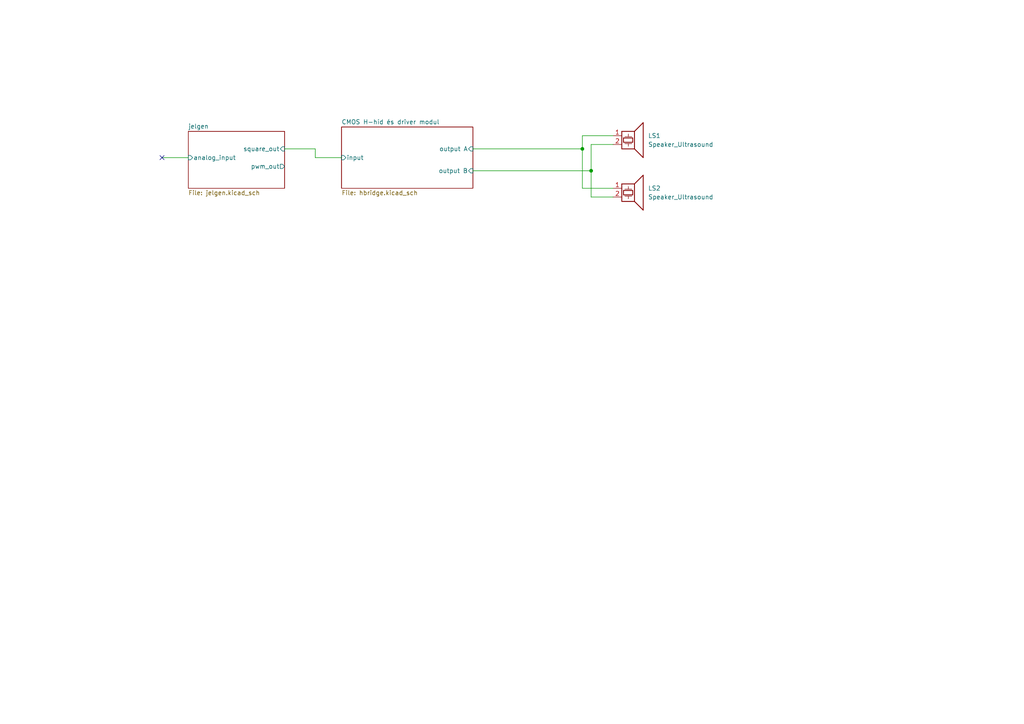
<source format=kicad_sch>
(kicad_sch (version 20250114) (generator "eeschema") (generator_version "9.0")
  (paper "A4")
  (title_block (title "SEM ultrahang szendvicspanel") (date "2025-08-22") (company "Schönherz Elektronikai Műhely"))
  (lib_symbols
    (symbol "Device:Speaker_Ultrasound" (pin_names (offset 0) (hide yes))
      (property "Reference" "LS" (at 0.635 5.715 0))
      (property "Value" "Speaker_Ultrasound" (at 0.635 3.81 0))
      (symbol "Speaker_Ultrasound_0_0"
        (rectangle (start -2.54 1.27) (end 1.143 -3.81) (stroke (width 0.254)))
        (rectangle (start -2.032 -0.635) (end 0.635 -1.905) (stroke (width 0.254)))
        (polyline (pts (xy -1.651 -0.254) (xy 0.381 -0.254)))
        (polyline (pts (xy -1.651 -2.286) (xy 0.381 -2.286)))
        (polyline (pts (xy -0.635 -0.254) (xy -0.635 0.508)))
        (polyline (pts (xy -0.635 -2.286) (xy -0.635 -3.048)))
        (polyline (pts (xy 1.143 1.27) (xy 3.683 3.81) (xy 3.683 -6.35) (xy 1.143 -3.81)) (stroke (width 0.254)))
      )
      (symbol "Speaker_Ultrasound_1_1"
        (pin input line (at -5.08 0 0) (length 2.54) (name "1") (number "1"))
        (pin input line (at -5.08 -2.54 0) (length 2.54) (name "2") (number "2"))
      )
    )
  )
  (junction (at 171.45 49.53))
  (junction (at 168.91 43.18))
  (no_connect (at 46.99 45.72))
  (wire (pts (xy 168.91 43.18) (xy 168.91 39.37)))
  (wire (pts (xy 168.91 54.61) (xy 177.8 54.61)))
  (wire (pts (xy 91.44 43.18) (xy 91.44 45.72)))
  (wire (pts (xy 168.91 43.18) (xy 168.91 54.61)))
  (wire (pts (xy 171.45 49.53) (xy 137.16 49.53)))
  (wire (pts (xy 177.8 57.15) (xy 171.45 57.15)))
  (wire (pts (xy 46.99 45.72) (xy 54.61 45.72)))
  (wire (pts (xy 177.8 41.91) (xy 171.45 41.91)))
  (wire (pts (xy 168.91 39.37) (xy 177.8 39.37)))
  (wire (pts (xy 91.44 45.72) (xy 99.06 45.72)))
  (wire (pts (xy 82.55 43.18) (xy 91.44 43.18)))
  (wire (pts (xy 137.16 43.18) (xy 168.91 43.18)))
  (wire (pts (xy 171.45 57.15) (xy 171.45 49.53)))
  (wire (pts (xy 171.45 41.91) (xy 171.45 49.53)))
  (symbol (lib_id "Device:Speaker_Ultrasound") (at 182.88 54.61 0) (unit 1)
    (property "Reference" "LS2" (at 187.96 54.6099 0) (effects (justify left)))
    (property "Value" "Speaker_Ultrasound" (at 187.96 57.1499 0) (effects (justify left)))
    (property "Description" "Ultrasonic transducer" (effects (hide yes)))
  )
  (symbol (lib_id "Device:Speaker_Ultrasound") (at 182.88 39.37 0) (unit 1)
    (property "Reference" "LS1" (at 187.96 39.3699 0) (effects (justify left)))
    (property "Value" "Speaker_Ultrasound" (at 187.96 41.9099 0) (effects (justify left)))
    (property "Description" "Ultrasonic transducer" (effects (hide yes)))
  )
  (sheet (at 54.61 38.1) (size 27.94 16.51) (stroke (width 0.1524))
    (property "Sheetname" "jelgen" (at 54.61 37.3884 0) (effects (justify left bottom)))
    (property "Sheetfile" "jelgen.kicad_sch" (at 54.61 55.1946 0) (effects (justify left top)))
    (pin "square_out" input (at 82.55 43.18 0))
    (pin "analog_input" input (at 54.61 45.72 180))
    (pin "pwm_out" output (at 82.55 48.26 0))
  )
  (sheet (at 99.06 36.83) (size 38.1 17.78) (stroke (width 0.1524))
    (property "Sheetname" "CMOS H-híd és driver modul" (at 99.06 36.1184 0) (effects (justify left bottom)))
    (property "Sheetfile" "hbridge.kicad_sch" (at 99.06 55.1946 0) (effects (justify left top)))
    (pin "output A" input (at 137.16 43.18 0))
    (pin "output B" input (at 137.16 49.53 0))
    (pin "input" input (at 99.06 45.72 180))
  )
)
</source>
